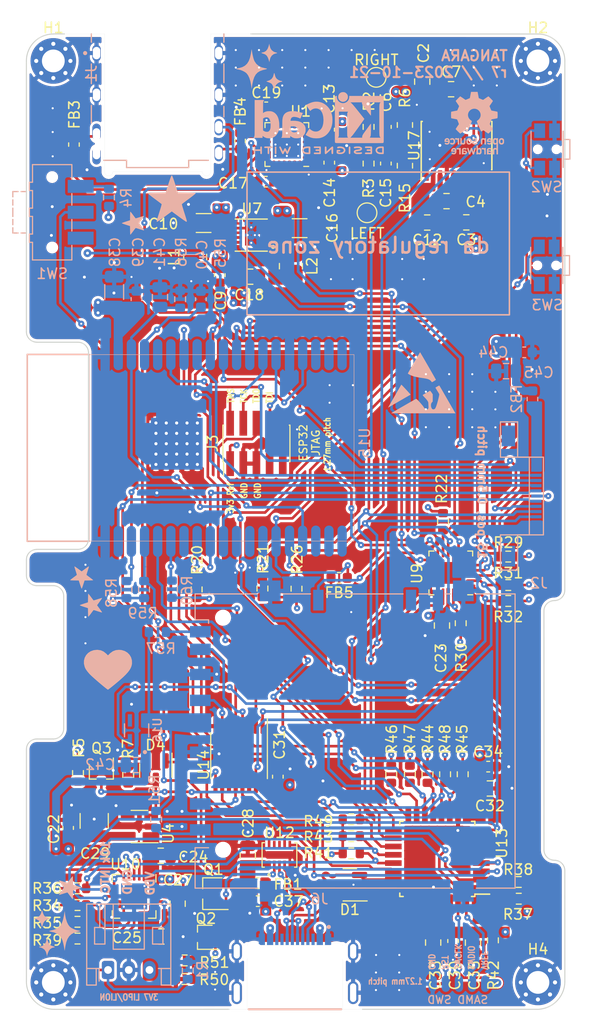
<source format=kicad_pcb>
(kicad_pcb (version 20221018) (generator pcbnew)

  (general
    (thickness 1.566672)
  )

  (paper "A4")
  (title_block
    (comment 4 "AISLER Project ID: ATEUINQR")
  )

  (layers
    (0 "F.Cu" signal)
    (1 "In1.Cu" signal)
    (2 "In2.Cu" signal)
    (31 "B.Cu" signal)
    (32 "B.Adhes" user "B.Adhesive")
    (33 "F.Adhes" user "F.Adhesive")
    (34 "B.Paste" user)
    (35 "F.Paste" user)
    (36 "B.SilkS" user "B.Silkscreen")
    (37 "F.SilkS" user "F.Silkscreen")
    (38 "B.Mask" user)
    (39 "F.Mask" user)
    (40 "Dwgs.User" user "User.Drawings")
    (41 "Cmts.User" user "User.Comments")
    (42 "Eco1.User" user "User.Eco1")
    (43 "Eco2.User" user "User.Eco2")
    (44 "Edge.Cuts" user)
    (45 "Margin" user)
    (46 "B.CrtYd" user "B.Courtyard")
    (47 "F.CrtYd" user "F.Courtyard")
    (48 "B.Fab" user)
    (49 "F.Fab" user)
    (50 "User.1" user)
    (51 "User.2" user)
    (52 "User.3" user)
    (53 "User.4" user)
    (54 "User.5" user)
    (55 "User.6" user)
    (56 "User.7" user)
    (57 "User.8" user)
    (58 "User.9" user)
  )

  (setup
    (stackup
      (layer "F.SilkS" (type "Top Silk Screen") (color "White"))
      (layer "F.Paste" (type "Top Solder Paste"))
      (layer "F.Mask" (type "Top Solder Mask") (color "Purple") (thickness 0.0254))
      (layer "F.Cu" (type "copper") (thickness 0.04318))
      (layer "dielectric 1" (type "prepreg") (thickness 0.202184) (material "FR408-HR") (epsilon_r 3.69) (loss_tangent 0.0091))
      (layer "In1.Cu" (type "copper") (thickness 0.017272))
      (layer "dielectric 2" (type "core") (thickness 0.9906) (material "FR408-HR") (epsilon_r 3.69) (loss_tangent 0.0091))
      (layer "In2.Cu" (type "copper") (thickness 0.017272))
      (layer "dielectric 3" (type "prepreg") (thickness 0.202184) (material "FR408-HR") (epsilon_r 3.69) (loss_tangent 0.0091))
      (layer "B.Cu" (type "copper") (thickness 0.04318))
      (layer "B.Mask" (type "Bottom Solder Mask") (color "Purple") (thickness 0.0254))
      (layer "B.Paste" (type "Bottom Solder Paste"))
      (layer "B.SilkS" (type "Bottom Silk Screen") (color "White"))
      (copper_finish "ENIG")
      (dielectric_constraints no)
    )
    (pad_to_mask_clearance 0.0508)
    (aux_axis_origin 117.25 51)
    (pcbplotparams
      (layerselection 0x00010fc_ffffffff)
      (plot_on_all_layers_selection 0x0000000_00000000)
      (disableapertmacros false)
      (usegerberextensions true)
      (usegerberattributes true)
      (usegerberadvancedattributes true)
      (creategerberjobfile true)
      (dashed_line_dash_ratio 12.000000)
      (dashed_line_gap_ratio 3.000000)
      (svgprecision 6)
      (plotframeref false)
      (viasonmask false)
      (mode 1)
      (useauxorigin false)
      (hpglpennumber 1)
      (hpglpenspeed 20)
      (hpglpendiameter 15.000000)
      (dxfpolygonmode true)
      (dxfimperialunits true)
      (dxfusepcbnewfont true)
      (psnegative false)
      (psa4output false)
      (plotreference true)
      (plotvalue true)
      (plotinvisibletext false)
      (sketchpadsonfab false)
      (subtractmaskfromsilk false)
      (outputformat 1)
      (mirror false)
      (drillshape 0)
      (scaleselection 1)
      (outputdirectory "gerbers2")
    )
  )

  (net 0 "")
  (net 1 "GND")
  (net 2 "/ESP_EN")
  (net 3 "BAT_LEVEL")
  (net 4 "SYS_POWER")
  (net 5 "USB.DP")
  (net 6 "USB.DN")
  (net 7 "3.5mm_DETECT")
  (net 8 "/JTAG.TMS")
  (net 9 "/JTAG.TCK")
  (net 10 "/JTAG.TDO")
  (net 11 "/JTAG.TDI")
  (net 12 "/SWD.SWDIO")
  (net 13 "/SWD.SWCLK")
  (net 14 "/SWD.RESET")
  (net 15 "/Power/NTC")
  (net 16 "~{CHG_PWR_OK}")
  (net 17 "I2C.SCL")
  (net 18 "/Power/VBUS_RAW")
  (net 19 "I2C.SDA")
  (net 20 "ESP_SPI.PICO")
  (net 21 "/Peripherals/~{DISPLAY_RST}")
  (net 22 "ESP_SPI.SCLK")
  (net 23 "ESP_SPI.DISPLAY_CS")
  (net 24 "DISPLAY_LED_EN")
  (net 25 "/ESP_BOOT")
  (net 26 "~{SD_VDD_EN}")
  (net 27 "/UART.ESP.TX")
  (net 28 "ESP_SPI.POCI")
  (net 29 "DAC.DATA")
  (net 30 "DAC.BCK")
  (net 31 "ESP_SPI.SD_CS")
  (net 32 "DAC.LRCK")
  (net 33 "SAMD_SPI.POCI")
  (net 34 "/UART.ESP.RX")
  (net 35 "SAMD_SPI.CS")
  (net 36 "SAMD_SPI.PICO")
  (net 37 "/~{SAMD_INT}")
  (net 38 "SAMD_SPI.SCLK")
  (net 39 "CHG_SEL")
  (net 40 "AMP_EN")
  (net 41 "/Power/VBUS_SWITCHED")
  (net 42 "~{GPIO_INT}")
  (net 43 "USB_TCC0")
  (net 44 "USB_TCC1")
  (net 45 "KEY_LOCK")
  (net 46 "CHG_STAT1")
  (net 47 "CHG_STAT2")
  (net 48 "~{TOUCH_INT}")
  (net 49 "DISPLAY_DR")
  (net 50 "+3V3")
  (net 51 "+5VA")
  (net 52 "-5VA")
  (net 53 "KEY_VOL_UP")
  (net 54 "Net-(J7-Pin_3)")
  (net 55 "Net-(U1B-+)")
  (net 56 "KEY_VOL_DOWN")
  (net 57 "Net-(J4-CD{slash}DAT3)")
  (net 58 "Net-(J4-CMD)")
  (net 59 "Net-(J4-CLK)")
  (net 60 "Net-(J4-DAT0)")
  (net 61 "Net-(J4-DAT1)")
  (net 62 "Net-(J4-DAT2)")
  (net 63 "unconnected-(J1-Pad6)")
  (net 64 "/Power/CC1")
  (net 65 "/Power/CC2")
  (net 66 "SYS_PWR_EN_SW")
  (net 67 "Net-(U13-VDDCORE)")
  (net 68 "unconnected-(J3-UART_TX-Pad7)")
  (net 69 "unconnected-(J3-UART_RX-Pad9)")
  (net 70 "unconnected-(J3-nRst-Pad10)")
  (net 71 "unconnected-(J6-SBU1-PadA8)")
  (net 72 "unconnected-(J6-SBU2-PadB8)")
  (net 73 "Net-(U7-SWN)")
  (net 74 "Net-(U7-SWP)")
  (net 75 "Net-(Q1-G)")
  (net 76 "Net-(U1A-+)")
  (net 77 "Net-(U1A--)")
  (net 78 "Net-(C17-Pad2)")
  (net 79 "Net-(U1B--)")
  (net 80 "Net-(C19-Pad2)")
  (net 81 "Net-(U14E-~{OE})")
  (net 82 "Net-(U14E-S)")
  (net 83 "SYS_PWR_EN_SAMD")
  (net 84 "Net-(U10-CE)")
  (net 85 "Net-(U10-PROG3)")
  (net 86 "Net-(U10-PROG2)")
  (net 87 "Net-(U10-PROG1)")
  (net 88 "unconnected-(SW1-A-Pad1)")
  (net 89 "unconnected-(U1C-NC-Pad4)")
  (net 90 "unconnected-(U1-Pad6)")
  (net 91 "unconnected-(U1-Pad7)")
  (net 92 "unconnected-(U1-Pad8)")
  (net 93 "unconnected-(U1C-NC-Pad15)")
  (net 94 "AMP_MUTE")
  (net 95 "unconnected-(U12-ORIENT-Pad8)")
  (net 96 "unconnected-(U12-SWMONI-Pad9)")
  (net 97 "unconnected-(U15-I39{slash}NOINT-Pad5)")
  (net 98 "unconnected-(U15-SHD{slash}SD2-Pad17)")
  (net 99 "unconnected-(U15-SWP{slash}SD3-Pad18)")
  (net 100 "unconnected-(U15-SCS{slash}CMD-Pad19)")
  (net 101 "unconnected-(U15-SCK{slash}CLK-Pad20)")
  (net 102 "unconnected-(U15-SDO{slash}SD0-Pad21)")
  (net 103 "unconnected-(U15-SDI{slash}SD1-Pad22)")
  (net 104 "unconnected-(U15-IO16-Pad27)")
  (net 105 "unconnected-(U15-IO17-Pad28)")
  (net 106 "unconnected-(U15-NC-Pad32)")
  (net 107 "Net-(J2-Pin_13)")
  (net 108 "Net-(FB3-Pad2)")
  (net 109 "Net-(FB4-Pad2)")
  (net 110 "Net-(J4-VDD)")
  (net 111 "unconnected-(U16-NC-Pad4)")
  (net 112 "Net-(SW1-C)")
  (net 113 "Net-(Q1-S)")
  (net 114 "DAC.MCK")
  (net 115 "SD_CD")
  (net 116 "Net-(U17-CPCA)")
  (net 117 "Net-(U17-CPCB)")
  (net 118 "unconnected-(U1-Pad1)")
  (net 119 "Net-(U17-VMID)")
  (net 120 "Net-(U17-CPVOUTN)")
  (net 121 "unconnected-(U1-Pad23)")
  (net 122 "Net-(U17-LINEVOUTL)")
  (net 123 "Net-(U17-LINEVOUTR)")
  (net 124 "unconnected-(U1-Pad24)")
  (net 125 "unconnected-(U17-ZFLAG-Pad7)")
  (net 126 "unconnected-(U9-IO0_6-Pad7)")
  (net 127 "unconnected-(U9-IO1_4-Pad14)")
  (net 128 "unconnected-(U9-IO1_5-Pad15)")
  (net 129 "unconnected-(U9-IO1_6-Pad16)")
  (net 130 "unconnected-(U9-IO1_7-Pad17)")
  (net 131 "Net-(U4-EN)")
  (net 132 "unconnected-(U4-NC-Pad4)")
  (net 133 "unconnected-(U13-PA06-Pad7)")
  (net 134 "unconnected-(U13-PA27-Pad25)")
  (net 135 "unconnected-(U13-PA28-Pad27)")
  (net 136 "Net-(Q2-D)")

  (footprint "Package_TO_SOT_SMD:TSOT-23" (layer "F.Cu") (at 135.476849 134.455179 180))

  (footprint "Package_TO_SOT_SMD:SOT-23-5" (layer "F.Cu") (at 128.415497 127.954481 180))

  (footprint "MountingHole:MountingHole_2.2mm_M2_Pad_Via" (layer "F.Cu") (at 166.9 143))

  (footprint "Inductor_SMD:L_1008_2520Metric" (layer "F.Cu") (at 133.801417 72.973879 90))

  (footprint "Capacitor_SMD:C_0805_2012Metric" (layer "F.Cu") (at 130.473198 130.774567))

  (footprint "Resistor_SMD:R_0603_1608Metric" (layer "F.Cu") (at 122.434189 137.149989 180))

  (footprint "Package_DFN_QFN:QFN-20-1EP_4x4mm_P0.5mm_EP2.5x2.5mm_ThermalVias" (layer "F.Cu") (at 127.902083 134.695156 -90))

  (footprint "Capacitor_SMD:C_0805_2012Metric" (layer "F.Cu") (at 130.529632 138.571066))

  (footprint "Capacitor_SMD:C_0603_1608Metric" (layer "F.Cu") (at 152.216943 60.416276 -90))

  (footprint "Package_DFN_QFN:HVQFN-24-1EP_4x4mm_P0.5mm_EP2.1x2.1mm" (layer "F.Cu") (at 158.484595 103.47166 180))

  (footprint "Package_TO_SOT_SMD:SOT-23" (layer "F.Cu") (at 130.000805 122.549717 -90))

  (footprint "Resistor_SMD:R_0603_1608Metric" (layer "F.Cu") (at 148.873745 127.25515))

  (footprint "Package_TO_SOT_SMD:SOT-323_SC-70" (layer "F.Cu") (at 124.73909 122.643679 -90))

  (footprint "Capacitor_SMD:C_0603_1608Metric" (layer "F.Cu") (at 136.172745 74.724126 -90))

  (footprint "Resistor_SMD:R_0603_1608Metric" (layer "F.Cu") (at 165.049071 134.922126 180))

  (footprint "Resistor_SMD:R_0603_1608Metric" (layer "F.Cu") (at 159.445045 108.327463 90))

  (footprint "Capacitor_SMD:C_0603_1608Metric" (layer "F.Cu") (at 121.530086 128.089529 90))

  (footprint "Resistor_SMD:R_0603_1608Metric" (layer "F.Cu") (at 150.5451 60.416276 -90))

  (footprint "Capacitor_SMD:C_0603_1608Metric" (layer "F.Cu") (at 146.738191 60.685697 -90))

  (footprint "Resistor_SMD:R_0603_1608Metric" (layer "F.Cu") (at 165.050103 133.305697 180))

  (footprint "Capacitor_SMD:C_0603_1608Metric" (layer "F.Cu") (at 152.216095 63.952058 90))

  (footprint "footprints:BD91N01NUX-E2" (layer "F.Cu") (at 141.938445 130.694772 90))

  (footprint "Capacitor_SMD:C_0805_2012Metric" (layer "F.Cu") (at 159.982062 69.634671 180))

  (footprint "Resistor_SMD:R_0603_1608Metric" (layer "F.Cu") (at 122.434189 138.766966 180))

  (footprint "Capacitor_SMD:C_0805_2012Metric" (layer "F.Cu") (at 156.782387 139.153476 90))

  (footprint "Inductor_SMD:L_0603_1608Metric" (layer "F.Cu") (at 139.793489 133.408759 180))

  (footprint "Resistor_SMD:R_0603_1608Metric" (layer "F.Cu") (at 148.873745 130.546956))

  (footprint "Resistor_SMD:R_0805_2012Metric" (layer "F.Cu") (at 154.05507 60.232017 -90))

  (footprint "Capacitor_SMD:C_0603_1608Metric" (layer "F.Cu") (at 140.620589 65.704592 180))

  (footprint "Capacitor_SMD:C_0805_2012Metric" (layer "F.Cu") (at 132.103885 135.401996 -90))

  (footprint "Capacitor_SMD:C_0603_1608Metric" (layer "F.Cu") (at 139.845147 135.157118 180))

  (footprint "Resistor_SMD:R_0603_1608Metric" (layer "F.Cu") (at 157.736387 98.523188 90))

  (footprint "Capacitor_SMD:C_0805_2012Metric" (layer "F.Cu") (at 139.111897 74.874786))

  (footprint "Resistor_SMD:R_0603_1608Metric" (layer "F.Cu") (at 122.439406 135.533013))

  (footprint "Resistor_SMD:R_0603_1608Metric" (layer "F.Cu") (at 132.78644 140.877326))

  (footprint "Resistor_SMD:R_0603_1608Metric" (layer "F.Cu") (at 122.482853 122.790411 -90))

  (footprint "Inductor_SMD:L_1008_2520Metric" (layer "F.Cu") (at 143.044904 73.86026 -90))

  (footprint "Capacitor_SMD:C_0805_2012Metric" (layer "F.Cu") (at 156.207041 69.648592 180))

  (footprint "Capacitor_SMD:C_0805_2012Metric" (layer "F.Cu") (at 158.07357 67.582319 180))

  (footprint "Resistor_SMD:R_0603_1608Metric" (layer "F.Cu") (at 162.554135 138.938126 -90))

  (footprint "Package_SO:TSSOP-16_4.4x5mm_P0.65mm" (layer "F.Cu") (at 138.037154 121.127252 -90))

  (footprint "Capacitor_SMD:C_0805_2012Metric" (layer "F.Cu") (at 158.513691 56.778764))

  (footprint "Inductor_SMD:L_0603_1608Metric" (layer "F.Cu") (at 138.136435 61.76766 -90))

  (footprint "Resistor_SMD:R_0603_1608Metric" (layer "F.Cu") (at 133.941895 105.064074 90))

  (footprint "Resistor_SMD:R_0603_1608Metric" (layer "F.Cu") (at 143.585559 104.993281 90))

  (footprint "Resistor_SMD:R_0603_1608Metric" (layer "F.Cu") (at 140.296114 104.976392 90))

  (footprint "Resistor_SMD:R_0603_1608Metric" (layer "F.Cu")
    (tstamp 99f049d5-4902-4c2b-8eb5-8e498cab8923)
    (at 132.76144 142.677326 180)
    (descr "Resistor SMD 0603 (1608 Metric), square (rectangular) end terminal, IPC_7351 nominal, (Body size source: IPC-SM-782 page 72, https://www.pcb-3d.com/wordpress/wp-content/uploads/ipc-sm-782a_amendment_1_and_2.pdf), generated with kicad-footprint-generator")
    (tags "
... [3393426 chars truncated]
</source>
